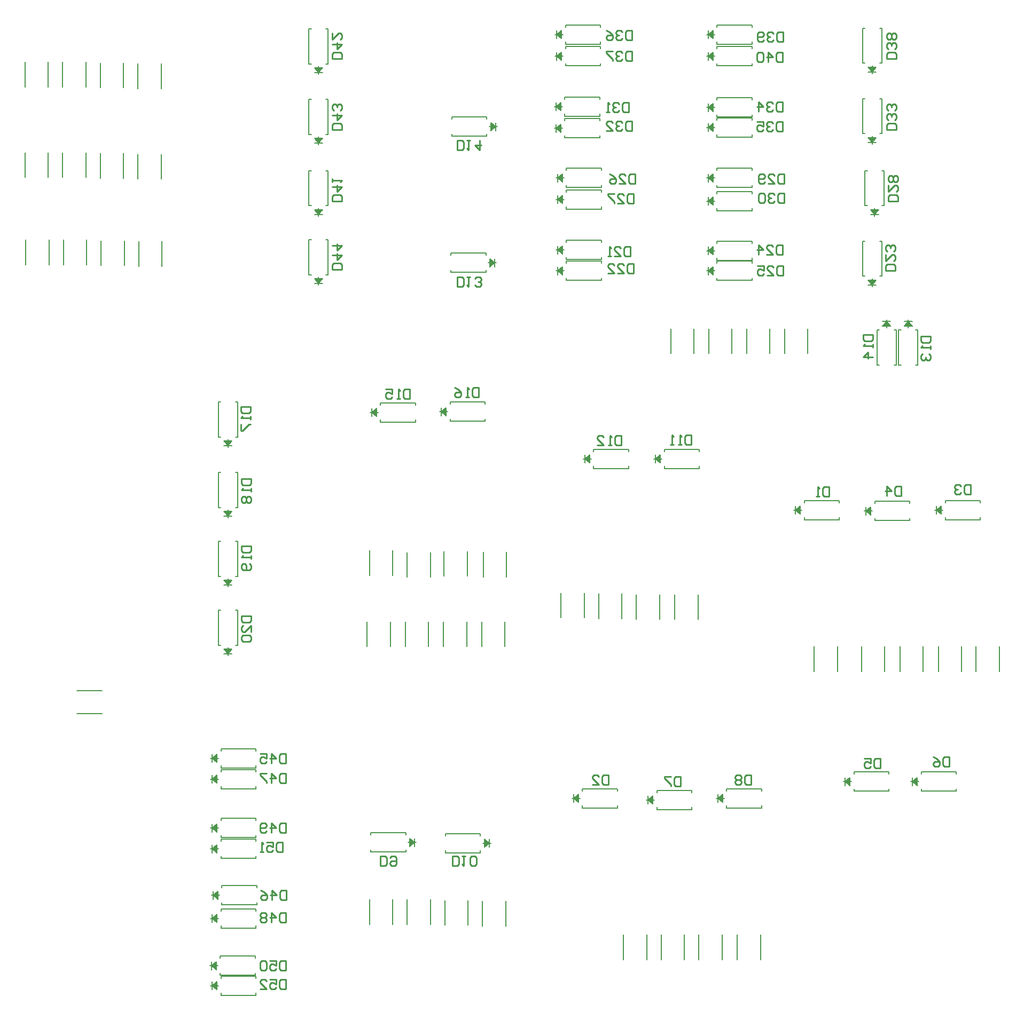
<source format=gbo>
G04*
G04 #@! TF.GenerationSoftware,Altium Limited,Altium Designer,25.5.2 (35)*
G04*
G04 Layer_Color=32896*
%FSLAX25Y25*%
%MOIN*%
G70*
G04*
G04 #@! TF.SameCoordinates,EC32A686-E373-4CB4-AF31-63D9CFDA87CC*
G04*
G04*
G04 #@! TF.FilePolarity,Positive*
G04*
G01*
G75*
%ADD10C,0.01000*%
%ADD14C,0.00600*%
D10*
X642501Y567498D02*
X648499D01*
Y564499D01*
X647499Y563499D01*
X643501D01*
X642501Y564499D01*
Y567498D01*
X648499Y561500D02*
Y559500D01*
Y560500D01*
X642501D01*
X643501Y561500D01*
X648499Y553502D02*
X642501D01*
X645500Y556501D01*
Y552502D01*
X678501Y566498D02*
X684499D01*
Y563498D01*
X683499Y562499D01*
X679501D01*
X678501Y563498D01*
Y566498D01*
X684499Y560499D02*
Y558500D01*
Y559500D01*
X678501D01*
X679501Y560499D01*
Y555501D02*
X678501Y554501D01*
Y552502D01*
X679501Y551502D01*
X680500D01*
X681500Y552502D01*
Y553502D01*
Y552502D01*
X682500Y551502D01*
X683499D01*
X684499Y552502D01*
Y554501D01*
X683499Y555501D01*
X695998Y303999D02*
Y298001D01*
X692999D01*
X692000Y299001D01*
Y302999D01*
X692999Y303999D01*
X695998D01*
X686002D02*
X688001Y302999D01*
X690000Y301000D01*
Y299001D01*
X689001Y298001D01*
X687001D01*
X686002Y299001D01*
Y300000D01*
X687001Y301000D01*
X690000D01*
X652998Y302999D02*
Y297001D01*
X649999D01*
X649000Y298001D01*
Y301999D01*
X649999Y302999D01*
X652998D01*
X643002D02*
X647000D01*
Y300000D01*
X645001Y301000D01*
X644001D01*
X643002Y300000D01*
Y298001D01*
X644001Y297001D01*
X646001D01*
X647000Y298001D01*
X665998Y472999D02*
Y467001D01*
X662999D01*
X662000Y468001D01*
Y471999D01*
X662999Y472999D01*
X665998D01*
X657001Y467001D02*
Y472999D01*
X660000Y470000D01*
X656002D01*
X709498Y473999D02*
Y468001D01*
X706499D01*
X705500Y469001D01*
Y472999D01*
X706499Y473999D01*
X709498D01*
X703500Y472999D02*
X702501Y473999D01*
X700501D01*
X699502Y472999D01*
Y472000D01*
X700501Y471000D01*
X701501D01*
X700501D01*
X699502Y470000D01*
Y469001D01*
X700501Y468001D01*
X702501D01*
X703500Y469001D01*
X528498Y291499D02*
Y285501D01*
X525499D01*
X524500Y286501D01*
Y290499D01*
X525499Y291499D01*
X528498D01*
X522500D02*
X518502D01*
Y290499D01*
X522500Y286501D01*
Y285501D01*
X572498Y292499D02*
Y286501D01*
X569499D01*
X568500Y287501D01*
Y291499D01*
X569499Y292499D01*
X572498D01*
X566500Y291499D02*
X565501Y292499D01*
X563501D01*
X562502Y291499D01*
Y290500D01*
X563501Y289500D01*
X562502Y288500D01*
Y287501D01*
X563501Y286501D01*
X565501D01*
X566500Y287501D01*
Y288500D01*
X565501Y289500D01*
X566500Y290500D01*
Y291499D01*
X565501Y289500D02*
X563501D01*
X341002Y236001D02*
Y241999D01*
X344001D01*
X345000Y240999D01*
Y237001D01*
X344001Y236001D01*
X341002D01*
X347000Y240999D02*
X347999Y241999D01*
X349999D01*
X350998Y240999D01*
Y237001D01*
X349999Y236001D01*
X347999D01*
X347000Y237001D01*
Y238000D01*
X347999Y239000D01*
X350998D01*
X386002Y236001D02*
Y241999D01*
X389001D01*
X390001Y240999D01*
Y237001D01*
X389001Y236001D01*
X386002D01*
X392001Y241999D02*
X394000D01*
X393000D01*
Y236001D01*
X392001Y237001D01*
X396999D02*
X397998Y236001D01*
X399998D01*
X400998Y237001D01*
Y240999D01*
X399998Y241999D01*
X397998D01*
X396999Y240999D01*
Y237001D01*
X534998Y504999D02*
Y499001D01*
X531999D01*
X530999Y500001D01*
Y503999D01*
X531999Y504999D01*
X534998D01*
X529000Y499001D02*
X527001D01*
X528000D01*
Y504999D01*
X529000Y503999D01*
X524002Y499001D02*
X522002D01*
X523002D01*
Y504999D01*
X524002Y503999D01*
X491498Y504499D02*
Y498501D01*
X488498D01*
X487499Y499501D01*
Y503499D01*
X488498Y504499D01*
X491498D01*
X485499Y498501D02*
X483500D01*
X484500D01*
Y504499D01*
X485499Y503499D01*
X476502Y498501D02*
X480501D01*
X476502Y502500D01*
Y503499D01*
X477502Y504499D01*
X479501D01*
X480501Y503499D01*
X389002Y597501D02*
Y603499D01*
X392002D01*
X393001Y602499D01*
Y598501D01*
X392002Y597501D01*
X389002D01*
X395001Y603499D02*
X397000D01*
X396000D01*
Y597501D01*
X395001Y598501D01*
X399999D02*
X400998Y597501D01*
X402998D01*
X403998Y598501D01*
Y599500D01*
X402998Y600500D01*
X401998D01*
X402998D01*
X403998Y601500D01*
Y602499D01*
X402998Y603499D01*
X400998D01*
X399999Y602499D01*
X389002Y683001D02*
Y688999D01*
X392002D01*
X393001Y687999D01*
Y684001D01*
X392002Y683001D01*
X389002D01*
X395001Y688999D02*
X397000D01*
X396000D01*
Y683001D01*
X395001Y684001D01*
X402998Y688999D02*
Y683001D01*
X399999Y686000D01*
X403998D01*
X359498Y533499D02*
Y527501D01*
X356499D01*
X355499Y528501D01*
Y532499D01*
X356499Y533499D01*
X359498D01*
X353500Y527501D02*
X351500D01*
X352500D01*
Y533499D01*
X353500Y532499D01*
X344502Y533499D02*
X348501D01*
Y530500D01*
X346502Y531500D01*
X345502D01*
X344502Y530500D01*
Y528501D01*
X345502Y527501D01*
X347501D01*
X348501Y528501D01*
X402498Y534499D02*
Y528501D01*
X399499D01*
X398499Y529501D01*
Y533499D01*
X399499Y534499D01*
X402498D01*
X396499Y528501D02*
X394500D01*
X395500D01*
Y534499D01*
X396499Y533499D01*
X387502Y534499D02*
X389502Y533499D01*
X391501Y531500D01*
Y529501D01*
X390501Y528501D01*
X388502D01*
X387502Y529501D01*
Y530500D01*
X388502Y531500D01*
X391501D01*
X316999Y608303D02*
X311001D01*
Y611302D01*
X312001Y612301D01*
X315999D01*
X316999Y611302D01*
Y608303D01*
X311001Y617300D02*
X316999D01*
X314000Y614301D01*
Y618299D01*
X311001Y623298D02*
X316999D01*
X314000Y620299D01*
Y624297D01*
X316999Y695503D02*
X311001D01*
Y698502D01*
X312001Y699501D01*
X315999D01*
X316999Y698502D01*
Y695503D01*
X311001Y704500D02*
X316999D01*
X314000Y701501D01*
Y705499D01*
X315999Y707499D02*
X316999Y708498D01*
Y710498D01*
X315999Y711497D01*
X315000D01*
X314000Y710498D01*
Y709498D01*
Y710498D01*
X313000Y711497D01*
X312001D01*
X311001Y710498D01*
Y708498D01*
X312001Y707499D01*
X316999Y740003D02*
X311001D01*
Y743002D01*
X312001Y744001D01*
X315999D01*
X316999Y743002D01*
Y740003D01*
X311001Y749000D02*
X316999D01*
X314000Y746001D01*
Y749999D01*
X311001Y755997D02*
Y751999D01*
X315000Y755997D01*
X315999D01*
X316999Y754998D01*
Y752998D01*
X315999Y751999D01*
X316999Y651002D02*
X311001D01*
Y654001D01*
X312001Y655001D01*
X315999D01*
X316999Y654001D01*
Y651002D01*
X311001Y659999D02*
X316999D01*
X314000Y657000D01*
Y660999D01*
X311001Y662998D02*
Y664998D01*
Y663998D01*
X316999D01*
X315999Y662998D01*
X591997Y743999D02*
Y738001D01*
X588998D01*
X587999Y739001D01*
Y742999D01*
X588998Y743999D01*
X591997D01*
X583000Y738001D02*
Y743999D01*
X585999Y741000D01*
X582001D01*
X580001Y742999D02*
X579002Y743999D01*
X577002D01*
X576003Y742999D01*
Y739001D01*
X577002Y738001D01*
X579002D01*
X580001Y739001D01*
Y742999D01*
X592497Y756499D02*
Y750501D01*
X589498D01*
X588499Y751501D01*
Y755499D01*
X589498Y756499D01*
X592497D01*
X586499Y755499D02*
X585500Y756499D01*
X583500D01*
X582501Y755499D01*
Y754500D01*
X583500Y753500D01*
X584500D01*
X583500D01*
X582501Y752500D01*
Y751501D01*
X583500Y750501D01*
X585500D01*
X586499Y751501D01*
X580501D02*
X579502Y750501D01*
X577502D01*
X576503Y751501D01*
Y755499D01*
X577502Y756499D01*
X579502D01*
X580501Y755499D01*
Y754500D01*
X579502Y753500D01*
X576503D01*
X662999Y740003D02*
X657001D01*
Y743002D01*
X658001Y744001D01*
X661999D01*
X662999Y743002D01*
Y740003D01*
X661999Y746001D02*
X662999Y747000D01*
Y749000D01*
X661999Y749999D01*
X661000D01*
X660000Y749000D01*
Y748000D01*
Y749000D01*
X659000Y749999D01*
X658001D01*
X657001Y749000D01*
Y747000D01*
X658001Y746001D01*
X661999Y751999D02*
X662999Y752998D01*
Y754998D01*
X661999Y755997D01*
X661000D01*
X660000Y754998D01*
X659000Y755997D01*
X658001D01*
X657001Y754998D01*
Y752998D01*
X658001Y751999D01*
X659000D01*
X660000Y752998D01*
X661000Y751999D01*
X661999D01*
X660000Y752998D02*
Y754998D01*
X497997Y744499D02*
Y738501D01*
X494998D01*
X493999Y739501D01*
Y743499D01*
X494998Y744499D01*
X497997D01*
X491999Y743499D02*
X491000Y744499D01*
X489000D01*
X488001Y743499D01*
Y742500D01*
X489000Y741500D01*
X490000D01*
X489000D01*
X488001Y740500D01*
Y739501D01*
X489000Y738501D01*
X491000D01*
X491999Y739501D01*
X486001Y744499D02*
X482003D01*
Y743499D01*
X486001Y739501D01*
Y738501D01*
X497997Y757499D02*
Y751501D01*
X494998D01*
X493999Y752501D01*
Y756499D01*
X494998Y757499D01*
X497997D01*
X491999Y756499D02*
X491000Y757499D01*
X489000D01*
X488001Y756499D01*
Y755500D01*
X489000Y754500D01*
X490000D01*
X489000D01*
X488001Y753500D01*
Y752501D01*
X489000Y751501D01*
X491000D01*
X491999Y752501D01*
X482003Y757499D02*
X484002Y756499D01*
X486001Y754500D01*
Y752501D01*
X485002Y751501D01*
X483002D01*
X482003Y752501D01*
Y753500D01*
X483002Y754500D01*
X486001D01*
X591997Y700499D02*
Y694501D01*
X588998D01*
X587999Y695501D01*
Y699499D01*
X588998Y700499D01*
X591997D01*
X585999Y699499D02*
X585000Y700499D01*
X583000D01*
X582001Y699499D01*
Y698500D01*
X583000Y697500D01*
X584000D01*
X583000D01*
X582001Y696500D01*
Y695501D01*
X583000Y694501D01*
X585000D01*
X585999Y695501D01*
X576003Y700499D02*
X580001D01*
Y697500D01*
X578002Y698500D01*
X577002D01*
X576003Y697500D01*
Y695501D01*
X577002Y694501D01*
X579002D01*
X580001Y695501D01*
X591997Y712999D02*
Y707001D01*
X588998D01*
X587999Y708001D01*
Y711999D01*
X588998Y712999D01*
X591997D01*
X585999Y711999D02*
X585000Y712999D01*
X583000D01*
X582001Y711999D01*
Y711000D01*
X583000Y710000D01*
X584000D01*
X583000D01*
X582001Y709000D01*
Y708001D01*
X583000Y707001D01*
X585000D01*
X585999Y708001D01*
X577002Y707001D02*
Y712999D01*
X580001Y710000D01*
X576003D01*
X662999Y695503D02*
X657001D01*
Y698502D01*
X658001Y699501D01*
X661999D01*
X662999Y698502D01*
Y695503D01*
X661999Y701501D02*
X662999Y702500D01*
Y704500D01*
X661999Y705499D01*
X661000D01*
X660000Y704500D01*
Y703500D01*
Y704500D01*
X659000Y705499D01*
X658001D01*
X657001Y704500D01*
Y702500D01*
X658001Y701501D01*
X661999Y707499D02*
X662999Y708498D01*
Y710498D01*
X661999Y711497D01*
X661000D01*
X660000Y710498D01*
Y709498D01*
Y710498D01*
X659000Y711497D01*
X658001D01*
X657001Y710498D01*
Y708498D01*
X658001Y707499D01*
X497997Y700999D02*
Y695001D01*
X494998D01*
X493999Y696001D01*
Y699999D01*
X494998Y700999D01*
X497997D01*
X491999Y699999D02*
X491000Y700999D01*
X489000D01*
X488001Y699999D01*
Y699000D01*
X489000Y698000D01*
X490000D01*
X489000D01*
X488001Y697000D01*
Y696001D01*
X489000Y695001D01*
X491000D01*
X491999Y696001D01*
X482003Y695001D02*
X486001D01*
X482003Y699000D01*
Y699999D01*
X483002Y700999D01*
X485002D01*
X486001Y699999D01*
X495998Y712499D02*
Y706501D01*
X492999D01*
X491999Y707501D01*
Y711499D01*
X492999Y712499D01*
X495998D01*
X490000Y711499D02*
X489000Y712499D01*
X487001D01*
X486001Y711499D01*
Y710500D01*
X487001Y709500D01*
X488000D01*
X487001D01*
X486001Y708500D01*
Y707501D01*
X487001Y706501D01*
X489000D01*
X490000Y707501D01*
X484002Y706501D02*
X482002D01*
X483002D01*
Y712499D01*
X484002Y711499D01*
X592997Y655999D02*
Y650001D01*
X589998D01*
X588999Y651001D01*
Y654999D01*
X589998Y655999D01*
X592997D01*
X586999Y654999D02*
X586000Y655999D01*
X584000D01*
X583001Y654999D01*
Y654000D01*
X584000Y653000D01*
X585000D01*
X584000D01*
X583001Y652000D01*
Y651001D01*
X584000Y650001D01*
X586000D01*
X586999Y651001D01*
X581001Y654999D02*
X580002Y655999D01*
X578002D01*
X577003Y654999D01*
Y651001D01*
X578002Y650001D01*
X580002D01*
X581001Y651001D01*
Y654999D01*
X592997Y667999D02*
Y662001D01*
X589998D01*
X588999Y663001D01*
Y666999D01*
X589998Y667999D01*
X592997D01*
X583001Y662001D02*
X586999D01*
X583001Y666000D01*
Y666999D01*
X584000Y667999D01*
X586000D01*
X586999Y666999D01*
X581001Y663001D02*
X580002Y662001D01*
X578002D01*
X577003Y663001D01*
Y666999D01*
X578002Y667999D01*
X580002D01*
X581001Y666999D01*
Y666000D01*
X580002Y665000D01*
X577003D01*
X663999Y651003D02*
X658001D01*
Y654002D01*
X659001Y655001D01*
X662999D01*
X663999Y654002D01*
Y651003D01*
X658001Y660999D02*
Y657001D01*
X662000Y660999D01*
X662999D01*
X663999Y660000D01*
Y658000D01*
X662999Y657001D01*
Y662999D02*
X663999Y663998D01*
Y665998D01*
X662999Y666997D01*
X662000D01*
X661000Y665998D01*
X660000Y666997D01*
X659001D01*
X658001Y665998D01*
Y663998D01*
X659001Y662999D01*
X660000D01*
X661000Y663998D01*
X662000Y662999D01*
X662999D01*
X661000Y663998D02*
Y665998D01*
X498997Y655499D02*
Y649501D01*
X495998D01*
X494999Y650501D01*
Y654499D01*
X495998Y655499D01*
X498997D01*
X489001Y649501D02*
X492999D01*
X489001Y653500D01*
Y654499D01*
X490000Y655499D01*
X492000D01*
X492999Y654499D01*
X487001Y655499D02*
X483003D01*
Y654499D01*
X487001Y650501D01*
Y649501D01*
X499997Y667999D02*
Y662001D01*
X496998D01*
X495999Y663001D01*
Y666999D01*
X496998Y667999D01*
X499997D01*
X490001Y662001D02*
X493999D01*
X490001Y666000D01*
Y666999D01*
X491000Y667999D01*
X493000D01*
X493999Y666999D01*
X484003Y667999D02*
X486002Y666999D01*
X488001Y665000D01*
Y663001D01*
X487002Y662001D01*
X485002D01*
X484003Y663001D01*
Y664000D01*
X485002Y665000D01*
X488001D01*
X592497Y610499D02*
Y604501D01*
X589498D01*
X588499Y605501D01*
Y609499D01*
X589498Y610499D01*
X592497D01*
X582501Y604501D02*
X586499D01*
X582501Y608500D01*
Y609499D01*
X583500Y610499D01*
X585500D01*
X586499Y609499D01*
X576503Y610499D02*
X580501D01*
Y607500D01*
X578502Y608500D01*
X577502D01*
X576503Y607500D01*
Y605501D01*
X577502Y604501D01*
X579502D01*
X580501Y605501D01*
X591997Y623499D02*
Y617501D01*
X588998D01*
X587999Y618501D01*
Y622499D01*
X588998Y623499D01*
X591997D01*
X582001Y617501D02*
X585999D01*
X582001Y621500D01*
Y622499D01*
X583000Y623499D01*
X585000D01*
X585999Y622499D01*
X577002Y617501D02*
Y623499D01*
X580001Y620500D01*
X576003D01*
X662499Y607503D02*
X656501D01*
Y610502D01*
X657501Y611501D01*
X661499D01*
X662499Y610502D01*
Y607503D01*
X656501Y617499D02*
Y613501D01*
X660500Y617499D01*
X661499D01*
X662499Y616500D01*
Y614500D01*
X661499Y613501D01*
Y619499D02*
X662499Y620498D01*
Y622498D01*
X661499Y623497D01*
X660500D01*
X659500Y622498D01*
Y621498D01*
Y622498D01*
X658500Y623497D01*
X657501D01*
X656501Y622498D01*
Y620498D01*
X657501Y619499D01*
X498997Y611999D02*
Y606001D01*
X495998D01*
X494999Y607001D01*
Y610999D01*
X495998Y611999D01*
X498997D01*
X489001Y606001D02*
X492999D01*
X489001Y610000D01*
Y610999D01*
X490000Y611999D01*
X492000D01*
X492999Y610999D01*
X483003Y606001D02*
X487001D01*
X483003Y610000D01*
Y610999D01*
X484002Y611999D01*
X486002D01*
X487001Y610999D01*
X496998Y622499D02*
Y616501D01*
X493999D01*
X492999Y617501D01*
Y621499D01*
X493999Y622499D01*
X496998D01*
X487001Y616501D02*
X491000D01*
X487001Y620500D01*
Y621499D01*
X488001Y622499D01*
X490000D01*
X491000Y621499D01*
X485002Y616501D02*
X483002D01*
X484002D01*
Y622499D01*
X485002Y621499D01*
X483498Y292499D02*
Y286501D01*
X480499D01*
X479500Y287501D01*
Y291499D01*
X480499Y292499D01*
X483498D01*
X473502Y286501D02*
X477500D01*
X473502Y290500D01*
Y291499D01*
X474501Y292499D01*
X476501D01*
X477500Y291499D01*
X620999Y472499D02*
Y466501D01*
X618000D01*
X617000Y467501D01*
Y471499D01*
X618000Y472499D01*
X620999D01*
X615001Y466501D02*
X613001D01*
X614001D01*
Y472499D01*
X615001Y471499D01*
X281997Y164999D02*
Y159001D01*
X278998D01*
X277999Y160001D01*
Y163999D01*
X278998Y164999D01*
X281997D01*
X272001D02*
X275999D01*
Y162000D01*
X274000Y163000D01*
X273000D01*
X272001Y162000D01*
Y160001D01*
X273000Y159001D01*
X275000D01*
X275999Y160001D01*
X266003Y159001D02*
X270001D01*
X266003Y163000D01*
Y163999D01*
X267002Y164999D01*
X269002D01*
X270001Y163999D01*
X279998Y250499D02*
Y244501D01*
X276999D01*
X275999Y245501D01*
Y249499D01*
X276999Y250499D01*
X279998D01*
X270001D02*
X274000D01*
Y247500D01*
X272000Y248500D01*
X271001D01*
X270001Y247500D01*
Y245501D01*
X271001Y244501D01*
X273000D01*
X274000Y245501D01*
X268002Y244501D02*
X266002D01*
X267002D01*
Y250499D01*
X268002Y249499D01*
X281997Y176499D02*
Y170501D01*
X278998D01*
X277999Y171501D01*
Y175499D01*
X278998Y176499D01*
X281997D01*
X272001D02*
X275999D01*
Y173500D01*
X274000Y174500D01*
X273000D01*
X272001Y173500D01*
Y171501D01*
X273000Y170501D01*
X275000D01*
X275999Y171501D01*
X270001Y175499D02*
X269002Y176499D01*
X267002D01*
X266003Y175499D01*
Y171501D01*
X267002Y170501D01*
X269002D01*
X270001Y171501D01*
Y175499D01*
X281997Y262499D02*
Y256501D01*
X278998D01*
X277999Y257501D01*
Y261499D01*
X278998Y262499D01*
X281997D01*
X273000Y256501D02*
Y262499D01*
X275999Y259500D01*
X272001D01*
X270001Y257501D02*
X269002Y256501D01*
X267002D01*
X266003Y257501D01*
Y261499D01*
X267002Y262499D01*
X269002D01*
X270001Y261499D01*
Y260500D01*
X269002Y259500D01*
X266003D01*
X281997Y206499D02*
Y200501D01*
X278998D01*
X277999Y201501D01*
Y205499D01*
X278998Y206499D01*
X281997D01*
X273000Y200501D02*
Y206499D01*
X275999Y203500D01*
X272001D01*
X270001Y205499D02*
X269002Y206499D01*
X267002D01*
X266003Y205499D01*
Y204500D01*
X267002Y203500D01*
X266003Y202500D01*
Y201501D01*
X267002Y200501D01*
X269002D01*
X270001Y201501D01*
Y202500D01*
X269002Y203500D01*
X270001Y204500D01*
Y205499D01*
X269002Y203500D02*
X267002D01*
X281997Y293499D02*
Y287501D01*
X278998D01*
X277999Y288501D01*
Y292499D01*
X278998Y293499D01*
X281997D01*
X273000Y287501D02*
Y293499D01*
X275999Y290500D01*
X272001D01*
X270001Y293499D02*
X266003D01*
Y292499D01*
X270001Y288501D01*
Y287501D01*
X282497Y220499D02*
Y214501D01*
X279498D01*
X278499Y215501D01*
Y219499D01*
X279498Y220499D01*
X282497D01*
X273500Y214501D02*
Y220499D01*
X276499Y217500D01*
X272501D01*
X266503Y220499D02*
X268502Y219499D01*
X270501Y217500D01*
Y215501D01*
X269502Y214501D01*
X267502D01*
X266503Y215501D01*
Y216500D01*
X267502Y217500D01*
X270501D01*
X281997Y305999D02*
Y300001D01*
X278998D01*
X277999Y301001D01*
Y304999D01*
X278998Y305999D01*
X281997D01*
X273000Y300001D02*
Y305999D01*
X275999Y303000D01*
X272001D01*
X266003Y305999D02*
X270001D01*
Y303000D01*
X268002Y304000D01*
X267002D01*
X266003Y303000D01*
Y301001D01*
X267002Y300001D01*
X269002D01*
X270001Y301001D01*
X254501Y391997D02*
X260499D01*
Y388998D01*
X259499Y387999D01*
X255501D01*
X254501Y388998D01*
Y391997D01*
X260499Y382001D02*
Y385999D01*
X256500Y382001D01*
X255501D01*
X254501Y383000D01*
Y385000D01*
X255501Y385999D01*
Y380001D02*
X254501Y379002D01*
Y377002D01*
X255501Y376003D01*
X259499D01*
X260499Y377002D01*
Y379002D01*
X259499Y380001D01*
X255501D01*
X254501Y435498D02*
X260499D01*
Y432499D01*
X259499Y431499D01*
X255501D01*
X254501Y432499D01*
Y435498D01*
X260499Y429499D02*
Y427500D01*
Y428500D01*
X254501D01*
X255501Y429499D01*
X259499Y424501D02*
X260499Y423501D01*
Y421502D01*
X259499Y420502D01*
X255501D01*
X254501Y421502D01*
Y423501D01*
X255501Y424501D01*
X256500D01*
X257500Y423501D01*
Y420502D01*
X254501Y477498D02*
X260499D01*
Y474499D01*
X259499Y473499D01*
X255501D01*
X254501Y474499D01*
Y477498D01*
X260499Y471499D02*
Y469500D01*
Y470500D01*
X254501D01*
X255501Y471499D01*
Y466501D02*
X254501Y465501D01*
Y463502D01*
X255501Y462502D01*
X256500D01*
X257500Y463502D01*
X258500Y462502D01*
X259499D01*
X260499Y463502D01*
Y465501D01*
X259499Y466501D01*
X258500D01*
X257500Y465501D01*
X256500Y466501D01*
X255501D01*
X257500Y465501D02*
Y463502D01*
X254001Y522498D02*
X259999D01*
Y519498D01*
X258999Y518499D01*
X255001D01*
X254001Y519498D01*
Y522498D01*
X259999Y516500D02*
Y514500D01*
Y515500D01*
X254001D01*
X255001Y516500D01*
X254001Y511501D02*
Y507502D01*
X255001D01*
X258999Y511501D01*
X259999D01*
D14*
X189700Y721211D02*
Y736789D01*
X204300Y721211D02*
Y736789D01*
X655800Y357211D02*
Y372789D01*
X641200Y357211D02*
Y372789D01*
X572900Y691000D02*
Y692440D01*
X551100Y701560D02*
Y703000D01*
Y691000D02*
Y692440D01*
Y691000D02*
X572900D01*
Y701560D02*
Y703000D01*
X551100D02*
X572900D01*
X548600Y694500D02*
Y699500D01*
X545600Y697000D02*
X548600Y697500D01*
X545600Y697000D02*
X548600Y698000D01*
X545600Y697000D02*
X548600Y698500D01*
X545600Y697000D02*
X548600Y699000D01*
X545600Y697000D02*
X548600Y699500D01*
X545600Y697000D02*
X548600Y696500D01*
X545600Y697000D02*
X548600Y696000D01*
X545600Y697000D02*
X548600Y695500D01*
X545600Y697000D02*
X548600Y695000D01*
X545600Y697000D02*
X548600Y694500D01*
X545600D02*
Y699500D01*
X544600Y697000D02*
X549600D01*
X572900Y703500D02*
Y704940D01*
X551100Y714060D02*
Y715500D01*
Y703500D02*
Y704940D01*
Y703500D02*
X572900D01*
Y714060D02*
Y715500D01*
X551100D02*
X572900D01*
X548600Y707000D02*
Y712000D01*
X545600Y709500D02*
X548600Y710000D01*
X545600Y709500D02*
X548600Y710500D01*
X545600Y709500D02*
X548600Y711000D01*
X545600Y709500D02*
X548600Y711500D01*
X545600Y709500D02*
X548600Y712000D01*
X545600Y709500D02*
X548600Y709000D01*
X545600Y709500D02*
X548600Y708500D01*
X545600Y709500D02*
X548600Y708000D01*
X545600Y709500D02*
X548600Y707500D01*
X545600Y709500D02*
X548600Y707000D01*
X545600D02*
Y712000D01*
X544600Y709500D02*
X549600D01*
X380700Y416711D02*
Y432289D01*
X395300Y416711D02*
Y432289D01*
X405200Y416211D02*
Y431789D01*
X419800Y416211D02*
Y431789D01*
X715400Y452000D02*
Y453440D01*
X693600Y462560D02*
Y464000D01*
Y452000D02*
Y453440D01*
Y452000D02*
X715400D01*
Y462560D02*
Y464000D01*
X693600D02*
X715400D01*
X691100Y455500D02*
Y460500D01*
X688100Y458000D02*
X691100Y458500D01*
X688100Y458000D02*
X691100Y459000D01*
X688100Y458000D02*
X691100Y459500D01*
X688100Y458000D02*
X691100Y460000D01*
X688100Y458000D02*
X691100Y460500D01*
X688100Y458000D02*
X691100Y457500D01*
X688100Y458000D02*
X691100Y457000D01*
X688100Y458000D02*
X691100Y456500D01*
X688100Y458000D02*
X691100Y456000D01*
X688100Y458000D02*
X691100Y455500D01*
X688100D02*
Y460500D01*
X687100Y458000D02*
X692100D01*
X151711Y330700D02*
X167289D01*
X151711Y345300D02*
X167289D01*
X371133Y372711D02*
Y388289D01*
X356533Y372711D02*
Y388289D01*
X166700Y610711D02*
Y626289D01*
X181300Y610711D02*
Y626289D01*
X119700Y611211D02*
Y626789D01*
X134300Y611211D02*
Y626789D01*
X143200Y611211D02*
Y626789D01*
X157800Y611211D02*
Y626789D01*
X535400Y271000D02*
Y272440D01*
X513600Y281560D02*
Y283000D01*
Y271000D02*
Y272440D01*
Y271000D02*
X535400D01*
Y281560D02*
Y283000D01*
X513600D02*
X535400D01*
X511100Y274500D02*
Y279500D01*
X508100Y277000D02*
X511100Y277500D01*
X508100Y277000D02*
X511100Y278000D01*
X508100Y277000D02*
X511100Y278500D01*
X508100Y277000D02*
X511100Y279000D01*
X508100Y277000D02*
X511100Y279500D01*
X508100Y277000D02*
X511100Y276500D01*
X508100Y277000D02*
X511100Y276000D01*
X508100Y277000D02*
X511100Y275500D01*
X508100Y277000D02*
X511100Y275000D01*
X508100Y277000D02*
X511100Y274500D01*
X508100D02*
Y279500D01*
X507100Y277000D02*
X512100D01*
X516200Y177211D02*
Y192789D01*
X530800Y177211D02*
Y192789D01*
X539700Y177211D02*
Y192789D01*
X554300Y177211D02*
Y192789D01*
X563700Y177211D02*
Y192789D01*
X578300Y177211D02*
Y192789D01*
X492700Y177211D02*
Y192789D01*
X507300Y177211D02*
Y192789D01*
X488900Y272000D02*
Y273440D01*
X467100Y282560D02*
Y284000D01*
Y272000D02*
Y273440D01*
Y272000D02*
X488900D01*
Y282560D02*
Y284000D01*
X467100D02*
X488900D01*
X464600Y275500D02*
Y280500D01*
X461600Y278000D02*
X464600Y278500D01*
X461600Y278000D02*
X464600Y279000D01*
X461600Y278000D02*
X464600Y279500D01*
X461600Y278000D02*
X464600Y280000D01*
X461600Y278000D02*
X464600Y280500D01*
X461600Y278000D02*
X464600Y277500D01*
X461600Y278000D02*
X464600Y277000D01*
X461600Y278000D02*
X464600Y276500D01*
X461600Y278000D02*
X464600Y276000D01*
X461600Y278000D02*
X464600Y275500D01*
X461600D02*
Y280500D01*
X460600Y278000D02*
X465600D01*
X578900Y272000D02*
Y273440D01*
X557100Y282560D02*
Y284000D01*
Y272000D02*
Y273440D01*
Y272000D02*
X578900D01*
Y282560D02*
Y284000D01*
X557100D02*
X578900D01*
X554600Y275500D02*
Y280500D01*
X551600Y278000D02*
X554600Y278500D01*
X551600Y278000D02*
X554600Y279000D01*
X551600Y278000D02*
X554600Y279500D01*
X551600Y278000D02*
X554600Y280000D01*
X551600Y278000D02*
X554600Y280500D01*
X551600Y278000D02*
X554600Y277500D01*
X551600Y278000D02*
X554600Y277000D01*
X551600Y278000D02*
X554600Y276500D01*
X551600Y278000D02*
X554600Y276000D01*
X551600Y278000D02*
X554600Y275500D01*
X551600D02*
Y280500D01*
X550600Y278000D02*
X555600D01*
X250560Y395400D02*
X252000D01*
X240000Y373600D02*
X241440D01*
X250560D02*
X252000D01*
Y395400D01*
X240000D02*
X241440D01*
X240000Y373600D02*
Y395400D01*
X243500Y371100D02*
X248500D01*
X245500D02*
X246000Y368100D01*
X245000Y371100D02*
X246000Y368100D01*
X244500Y371100D02*
X246000Y368100D01*
X244000Y371100D02*
X246000Y368100D01*
X243500Y371100D02*
X246000Y368100D01*
X246500Y371100D01*
X246000Y368100D02*
X247000Y371100D01*
X246000Y368100D02*
X247500Y371100D01*
X246000Y368100D02*
X248000Y371100D01*
X246000Y368100D02*
X248500Y371100D01*
X243500Y368100D02*
X248500D01*
X246000Y367100D02*
Y372100D01*
X250560Y525400D02*
X252000D01*
X240000Y503600D02*
X241440D01*
X250560D02*
X252000D01*
Y525400D01*
X240000D02*
X241440D01*
X240000Y503600D02*
Y525400D01*
X243500Y501100D02*
X248500D01*
X245500D02*
X246000Y498100D01*
X245000Y501100D02*
X246000Y498100D01*
X244500Y501100D02*
X246000Y498100D01*
X244000Y501100D02*
X246000Y498100D01*
X243500Y501100D02*
X246000Y498100D01*
X246500Y501100D01*
X246000Y498100D02*
X247000Y501100D01*
X246000Y498100D02*
X247500Y501100D01*
X246000Y498100D02*
X248000Y501100D01*
X246000Y498100D02*
X248500Y501100D01*
X243500Y498100D02*
X248500D01*
X246000Y497100D02*
Y502100D01*
X250560Y481400D02*
X252000D01*
X240000Y459600D02*
X241440D01*
X250560D02*
X252000D01*
Y481400D01*
X240000D02*
X241440D01*
X240000Y459600D02*
Y481400D01*
X243500Y457100D02*
X248500D01*
X245500D02*
X246000Y454100D01*
X245000Y457100D02*
X246000Y454100D01*
X244500Y457100D02*
X246000Y454100D01*
X244000Y457100D02*
X246000Y454100D01*
X243500Y457100D02*
X246000Y454100D01*
X246500Y457100D01*
X246000Y454100D02*
X247000Y457100D01*
X246000Y454100D02*
X247500Y457100D01*
X246000Y454100D02*
X248000Y457100D01*
X246000Y454100D02*
X248500Y457100D01*
X243500Y454100D02*
X248500D01*
X246000Y453100D02*
Y458100D01*
X334200Y417211D02*
Y432789D01*
X348800Y417211D02*
Y432789D01*
X250560Y438400D02*
X252000D01*
X240000Y416600D02*
X241440D01*
X250560D02*
X252000D01*
Y438400D01*
X240000D02*
X241440D01*
X240000Y416600D02*
Y438400D01*
X243500Y414100D02*
X248500D01*
X245500D02*
X246000Y411100D01*
X245000Y414100D02*
X246000Y411100D01*
X244500Y414100D02*
X246000Y411100D01*
X244000Y414100D02*
X246000Y411100D01*
X243500Y414100D02*
X246000Y411100D01*
X246500Y414100D01*
X246000Y411100D02*
X247000Y414100D01*
X246000Y411100D02*
X247500Y414100D01*
X246000Y411100D02*
X248000Y414100D01*
X246000Y411100D02*
X248500Y414100D01*
X243500Y411100D02*
X248500D01*
X246000Y410100D02*
Y415100D01*
X381200Y198711D02*
Y214289D01*
X395800Y198711D02*
Y214289D01*
X404700Y198211D02*
Y213789D01*
X419300Y198211D02*
Y213789D01*
X334200Y199211D02*
Y214789D01*
X348800Y199211D02*
Y214789D01*
X357700Y199211D02*
Y214789D01*
X372300Y199211D02*
Y214789D01*
X335100Y255060D02*
Y256500D01*
X356900Y244500D02*
Y245940D01*
Y255060D02*
Y256500D01*
X335100D02*
X356900D01*
X335100Y244500D02*
Y245940D01*
Y244500D02*
X356900D01*
X359400Y248000D02*
Y253000D01*
Y250000D02*
X362400Y250500D01*
X359400Y249500D02*
X362400Y250500D01*
X359400Y249000D02*
X362400Y250500D01*
X359400Y248500D02*
X362400Y250500D01*
X359400Y248000D02*
X362400Y250500D01*
X359400Y251000D02*
X362400Y250500D01*
X359400Y251500D02*
X362400Y250500D01*
X359400Y252000D02*
X362400Y250500D01*
X359400Y252500D02*
X362400Y250500D01*
X359400Y253000D02*
X362400Y250500D01*
Y248000D02*
Y253000D01*
X358400Y250500D02*
X363400D01*
X381600Y254560D02*
Y256000D01*
X403400Y244000D02*
Y245440D01*
Y254560D02*
Y256000D01*
X381600D02*
X403400D01*
X381600Y244000D02*
Y245440D01*
Y244000D02*
X403400D01*
X405900Y247500D02*
Y252500D01*
Y249500D02*
X408900Y250000D01*
X405900Y249000D02*
X408900Y250000D01*
X405900Y248500D02*
X408900Y250000D01*
X405900Y248000D02*
X408900Y250000D01*
X405900Y247500D02*
X408900Y250000D01*
X405900Y250500D02*
X408900Y250000D01*
X405900Y251000D02*
X408900Y250000D01*
X405900Y251500D02*
X408900Y250000D01*
X405900Y252000D02*
X408900Y250000D01*
X405900Y252500D02*
X408900Y250000D01*
Y247500D02*
Y252500D01*
X404900Y250000D02*
X409900D01*
X357700Y416111D02*
Y431689D01*
X372300Y416111D02*
Y431689D01*
X380367Y372711D02*
Y388289D01*
X394967Y372711D02*
Y388289D01*
X347300Y372711D02*
Y388289D01*
X332700Y372711D02*
Y388289D01*
X406400Y513500D02*
Y514940D01*
X384600Y524060D02*
Y525500D01*
Y513500D02*
Y514940D01*
Y513500D02*
X406400D01*
Y524060D02*
Y525500D01*
X384600D02*
X406400D01*
X382100Y517000D02*
Y522000D01*
X379100Y519500D02*
X382100Y520000D01*
X379100Y519500D02*
X382100Y520500D01*
X379100Y519500D02*
X382100Y521000D01*
X379100Y519500D02*
X382100Y521500D01*
X379100Y519500D02*
X382100Y522000D01*
X379100Y519500D02*
X382100Y519000D01*
X379100Y519500D02*
X382100Y518500D01*
X379100Y519500D02*
X382100Y518000D01*
X379100Y519500D02*
X382100Y517500D01*
X379100Y519500D02*
X382100Y517000D01*
X379100D02*
Y522000D01*
X378100Y519500D02*
X383100D01*
X404200Y372711D02*
Y388289D01*
X418800Y372711D02*
Y388289D01*
X362900Y513000D02*
Y514440D01*
X341100Y523560D02*
Y525000D01*
Y513000D02*
Y514440D01*
Y513000D02*
X362900D01*
Y523560D02*
Y525000D01*
X341100D02*
X362900D01*
X338600Y516500D02*
Y521500D01*
X335600Y519000D02*
X338600Y519500D01*
X335600Y519000D02*
X338600Y520000D01*
X335600Y519000D02*
X338600Y520500D01*
X335600Y519000D02*
X338600Y521000D01*
X335600Y519000D02*
X338600Y521500D01*
X335600Y519000D02*
X338600Y518500D01*
X335600Y519000D02*
X338600Y518000D01*
X335600Y519000D02*
X338600Y517500D01*
X335600Y519000D02*
X338600Y517000D01*
X335600Y519000D02*
X338600Y516500D01*
X335600D02*
Y521500D01*
X334600Y519000D02*
X339600D01*
X263900Y211500D02*
Y212940D01*
X242100Y222060D02*
Y223500D01*
Y211500D02*
Y212940D01*
Y211500D02*
X263900D01*
Y222060D02*
Y223500D01*
X242100D02*
X263900D01*
X239600Y215000D02*
Y220000D01*
X236600Y217500D02*
X239600Y218000D01*
X236600Y217500D02*
X239600Y218500D01*
X236600Y217500D02*
X239600Y219000D01*
X236600Y217500D02*
X239600Y219500D01*
X236600Y217500D02*
X239600Y220000D01*
X236600Y217500D02*
X239600Y217000D01*
X236600Y217500D02*
X239600Y216500D01*
X236600Y217500D02*
X239600Y216000D01*
X236600Y217500D02*
X239600Y215500D01*
X236600Y217500D02*
X239600Y215000D01*
X236600D02*
Y220000D01*
X235600Y217500D02*
X240600D01*
X263400Y297000D02*
Y298440D01*
X241600Y307560D02*
Y309000D01*
Y297000D02*
Y298440D01*
Y297000D02*
X263400D01*
Y307560D02*
Y309000D01*
X241600D02*
X263400D01*
X239100Y300500D02*
Y305500D01*
X236100Y303000D02*
X239100Y303500D01*
X236100Y303000D02*
X239100Y304000D01*
X236100Y303000D02*
X239100Y304500D01*
X236100Y303000D02*
X239100Y305000D01*
X236100Y303000D02*
X239100Y305500D01*
X236100Y303000D02*
X239100Y302500D01*
X236100Y303000D02*
X239100Y302000D01*
X236100Y303000D02*
X239100Y301500D01*
X236100Y303000D02*
X239100Y301000D01*
X236100Y303000D02*
X239100Y300500D01*
X236100D02*
Y305500D01*
X235100Y303000D02*
X240100D01*
X263400Y240500D02*
Y241940D01*
X241600Y251060D02*
Y252500D01*
Y240500D02*
Y241940D01*
Y240500D02*
X263400D01*
Y251060D02*
Y252500D01*
X241600D02*
X263400D01*
X239100Y244000D02*
Y249000D01*
X236100Y246500D02*
X239100Y247000D01*
X236100Y246500D02*
X239100Y247500D01*
X236100Y246500D02*
X239100Y248000D01*
X236100Y246500D02*
X239100Y248500D01*
X236100Y246500D02*
X239100Y249000D01*
X236100Y246500D02*
X239100Y246000D01*
X236100Y246500D02*
X239100Y245500D01*
X236100Y246500D02*
X239100Y245000D01*
X236100Y246500D02*
X239100Y244500D01*
X236100Y246500D02*
X239100Y244000D01*
X236100D02*
Y249000D01*
X235100Y246500D02*
X240100D01*
X263400Y197000D02*
Y198440D01*
X241600Y207560D02*
Y209000D01*
Y197000D02*
Y198440D01*
Y197000D02*
X263400D01*
Y207560D02*
Y209000D01*
X241600D02*
X263400D01*
X239100Y200500D02*
Y205500D01*
X236100Y203000D02*
X239100Y203500D01*
X236100Y203000D02*
X239100Y204000D01*
X236100Y203000D02*
X239100Y204500D01*
X236100Y203000D02*
X239100Y205000D01*
X236100Y203000D02*
X239100Y205500D01*
X236100Y203000D02*
X239100Y202500D01*
X236100Y203000D02*
X239100Y202000D01*
X236100Y203000D02*
X239100Y201500D01*
X236100Y203000D02*
X239100Y201000D01*
X236100Y203000D02*
X239100Y200500D01*
X236100D02*
Y205500D01*
X235100Y203000D02*
X240100D01*
X263400Y284000D02*
Y285440D01*
X241600Y294560D02*
Y296000D01*
Y284000D02*
Y285440D01*
Y284000D02*
X263400D01*
Y294560D02*
Y296000D01*
X241600D02*
X263400D01*
X239100Y287500D02*
Y292500D01*
X236100Y290000D02*
X239100Y290500D01*
X236100Y290000D02*
X239100Y291000D01*
X236100Y290000D02*
X239100Y291500D01*
X236100Y290000D02*
X239100Y292000D01*
X236100Y290000D02*
X239100Y292500D01*
X236100Y290000D02*
X239100Y289500D01*
X236100Y290000D02*
X239100Y289000D01*
X236100Y290000D02*
X239100Y288500D01*
X236100Y290000D02*
X239100Y288000D01*
X236100Y290000D02*
X239100Y287500D01*
X236100D02*
Y292500D01*
X235100Y290000D02*
X240100D01*
X263400Y253500D02*
Y254940D01*
X241600Y264060D02*
Y265500D01*
Y253500D02*
Y254940D01*
Y253500D02*
X263400D01*
Y264060D02*
Y265500D01*
X241600D02*
X263400D01*
X239100Y257000D02*
Y262000D01*
X236100Y259500D02*
X239100Y260000D01*
X236100Y259500D02*
X239100Y260500D01*
X236100Y259500D02*
X239100Y261000D01*
X236100Y259500D02*
X239100Y261500D01*
X236100Y259500D02*
X239100Y262000D01*
X236100Y259500D02*
X239100Y259000D01*
X236100Y259500D02*
X239100Y258500D01*
X236100Y259500D02*
X239100Y258000D01*
X236100Y259500D02*
X239100Y257500D01*
X236100Y259500D02*
X239100Y257000D01*
X236100D02*
Y262000D01*
X235100Y259500D02*
X240100D01*
X262900Y167500D02*
Y168940D01*
X241100Y178060D02*
Y179500D01*
Y167500D02*
Y168940D01*
Y167500D02*
X262900D01*
Y178060D02*
Y179500D01*
X241100D02*
X262900D01*
X238600Y171000D02*
Y176000D01*
X235600Y173500D02*
X238600Y174000D01*
X235600Y173500D02*
X238600Y174500D01*
X235600Y173500D02*
X238600Y175000D01*
X235600Y173500D02*
X238600Y175500D01*
X235600Y173500D02*
X238600Y176000D01*
X235600Y173500D02*
X238600Y173000D01*
X235600Y173500D02*
X238600Y172500D01*
X235600Y173500D02*
X238600Y172000D01*
X235600Y173500D02*
X238600Y171500D01*
X235600Y173500D02*
X238600Y171000D01*
X235600D02*
Y176000D01*
X234600Y173500D02*
X239600D01*
X263400Y155000D02*
Y156440D01*
X241600Y165560D02*
Y167000D01*
Y155000D02*
Y156440D01*
Y155000D02*
X263400D01*
Y165560D02*
Y167000D01*
X241600D02*
X263400D01*
X239100Y158500D02*
Y163500D01*
X236100Y161000D02*
X239100Y161500D01*
X236100Y161000D02*
X239100Y162000D01*
X236100Y161000D02*
X239100Y162500D01*
X236100Y161000D02*
X239100Y163000D01*
X236100Y161000D02*
X239100Y163500D01*
X236100Y161000D02*
X239100Y160500D01*
X236100Y161000D02*
X239100Y160000D01*
X236100Y161000D02*
X239100Y159500D01*
X236100Y161000D02*
X239100Y159000D01*
X236100Y161000D02*
X239100Y158500D01*
X236100D02*
Y163500D01*
X235100Y161000D02*
X240100D01*
X540100Y484000D02*
Y485440D01*
X518300Y494560D02*
Y496000D01*
Y484000D02*
Y485440D01*
Y484000D02*
X540100D01*
Y494560D02*
Y496000D01*
X518300D02*
X540100D01*
X515800Y487500D02*
Y492500D01*
X512800Y490000D02*
X515800Y490500D01*
X512800Y490000D02*
X515800Y491000D01*
X512800Y490000D02*
X515800Y491500D01*
X512800Y490000D02*
X515800Y492000D01*
X512800Y490000D02*
X515800Y492500D01*
X512800Y490000D02*
X515800Y489500D01*
X512800Y490000D02*
X515800Y489000D01*
X512800Y490000D02*
X515800Y488500D01*
X512800Y490000D02*
X515800Y488000D01*
X512800Y490000D02*
X515800Y487500D01*
X512800D02*
Y492500D01*
X511800Y490000D02*
X516800D01*
X495900Y484000D02*
Y485440D01*
X474100Y494560D02*
Y496000D01*
Y484000D02*
Y485440D01*
Y484000D02*
X495900D01*
Y494560D02*
Y496000D01*
X474100D02*
X495900D01*
X471600Y487500D02*
Y492500D01*
X468600Y490000D02*
X471600Y490500D01*
X468600Y490000D02*
X471600Y491000D01*
X468600Y490000D02*
X471600Y491500D01*
X468600Y490000D02*
X471600Y492000D01*
X468600Y490000D02*
X471600Y492500D01*
X468600Y490000D02*
X471600Y489500D01*
X468600Y490000D02*
X471600Y489000D01*
X468600Y490000D02*
X471600Y488500D01*
X468600Y490000D02*
X471600Y488000D01*
X468600Y490000D02*
X471600Y487500D01*
X468600D02*
Y492500D01*
X467600Y490000D02*
X472600D01*
X727300Y357211D02*
Y372789D01*
X712700Y357211D02*
Y372789D01*
X679800Y357211D02*
Y372789D01*
X665200Y357211D02*
Y372789D01*
X703800Y357211D02*
Y372789D01*
X689200Y357211D02*
Y372789D01*
X657000Y571900D02*
Y576900D01*
X654500Y575900D02*
X659500D01*
X654500Y572900D02*
X657000Y575900D01*
X655000Y572900D02*
X657000Y575900D01*
X655500Y572900D02*
X657000Y575900D01*
X656000Y572900D02*
X657000Y575900D01*
X656500Y572900D02*
X657000Y575900D01*
X659500Y572900D01*
X657000Y575900D02*
X659000Y572900D01*
X657000Y575900D02*
X658500Y572900D01*
X657000Y575900D02*
X658000Y572900D01*
X657000Y575900D02*
X657500Y572900D01*
X654500D02*
X659500D01*
X663000Y548600D02*
Y570400D01*
X661560Y548600D02*
X663000D01*
X651000D02*
Y570400D01*
X652440D01*
X661560D02*
X663000D01*
X651000Y548600D02*
X652440D01*
X670500Y571900D02*
Y576900D01*
X668000Y575900D02*
X673000D01*
X668000Y572900D02*
X670500Y575900D01*
X668500Y572900D02*
X670500Y575900D01*
X669000Y572900D02*
X670500Y575900D01*
X669500Y572900D02*
X670500Y575900D01*
X670000Y572900D02*
X670500Y575900D01*
X673000Y572900D01*
X670500Y575900D02*
X672500Y572900D01*
X670500Y575900D02*
X672000Y572900D01*
X670500Y575900D02*
X671500Y572900D01*
X670500Y575900D02*
X671000Y572900D01*
X668000D02*
X673000D01*
X676500Y548600D02*
Y570400D01*
X675060Y548600D02*
X676500D01*
X664500D02*
Y570400D01*
X665940D01*
X675060D02*
X676500D01*
X664500Y548600D02*
X665940D01*
X524700Y389711D02*
Y405289D01*
X539300Y389711D02*
Y405289D01*
X500700Y389711D02*
Y405289D01*
X515300Y389711D02*
Y405289D01*
X453700Y390711D02*
Y406289D01*
X468300Y390711D02*
Y406289D01*
X477200Y390211D02*
Y405789D01*
X491800Y390211D02*
Y405789D01*
X611700Y357211D02*
Y372789D01*
X626300Y357211D02*
Y372789D01*
X643100Y457500D02*
X648100D01*
X644100Y455000D02*
Y460000D01*
Y457500D02*
X647100Y455000D01*
X644100Y457500D02*
X647100Y455500D01*
X644100Y457500D02*
X647100Y456000D01*
X644100Y457500D02*
X647100Y456500D01*
X644100Y457500D02*
X647100Y457000D01*
X644100Y457500D02*
X647100Y460000D01*
X644100Y457500D02*
X647100Y459500D01*
X644100Y457500D02*
X647100Y459000D01*
X644100Y457500D02*
X647100Y458500D01*
X644100Y457500D02*
X647100Y458000D01*
Y455000D02*
Y460000D01*
X649600Y463500D02*
X671400D01*
Y462060D02*
Y463500D01*
X649600Y451500D02*
X671400D01*
X649600D02*
Y452940D01*
Y462060D02*
Y463500D01*
X671400Y451500D02*
Y452940D01*
X630100Y288500D02*
X635100D01*
X631100Y286000D02*
Y291000D01*
Y288500D02*
X634100Y286000D01*
X631100Y288500D02*
X634100Y286500D01*
X631100Y288500D02*
X634100Y287000D01*
X631100Y288500D02*
X634100Y287500D01*
X631100Y288500D02*
X634100Y288000D01*
X631100Y288500D02*
X634100Y291000D01*
X631100Y288500D02*
X634100Y290500D01*
X631100Y288500D02*
X634100Y290000D01*
X631100Y288500D02*
X634100Y289500D01*
X631100Y288500D02*
X634100Y289000D01*
Y286000D02*
Y291000D01*
X636600Y294500D02*
X658400D01*
Y293060D02*
Y294500D01*
X636600Y282500D02*
X658400D01*
X636600D02*
Y283940D01*
Y293060D02*
Y294500D01*
X658400Y282500D02*
Y283940D01*
X672100Y288500D02*
X677100D01*
X673100Y286000D02*
Y291000D01*
Y288500D02*
X676100Y286000D01*
X673100Y288500D02*
X676100Y286500D01*
X673100Y288500D02*
X676100Y287000D01*
X673100Y288500D02*
X676100Y287500D01*
X673100Y288500D02*
X676100Y288000D01*
X673100Y288500D02*
X676100Y291000D01*
X673100Y288500D02*
X676100Y290500D01*
X673100Y288500D02*
X676100Y290000D01*
X673100Y288500D02*
X676100Y289500D01*
X673100Y288500D02*
X676100Y289000D01*
Y286000D02*
Y291000D01*
X678600Y294500D02*
X700400D01*
Y293060D02*
Y294500D01*
X678600Y282500D02*
X700400D01*
X678600D02*
Y283940D01*
Y293060D02*
Y294500D01*
X700400Y282500D02*
Y283940D01*
X133800Y722211D02*
Y737789D01*
X119200Y722211D02*
Y737789D01*
X157300Y722211D02*
Y737789D01*
X142700Y722211D02*
Y737789D01*
X180800Y721711D02*
Y737289D01*
X166200Y721711D02*
Y737289D01*
X408400Y612500D02*
X413400D01*
X412400Y610000D02*
Y615000D01*
X409400D02*
X412400Y612500D01*
X409400Y614500D02*
X412400Y612500D01*
X409400Y614000D02*
X412400Y612500D01*
X409400Y613500D02*
X412400Y612500D01*
X409400Y613000D02*
X412400Y612500D01*
X409400Y610000D02*
X412400Y612500D01*
X409400Y610500D02*
X412400Y612500D01*
X409400Y611000D02*
X412400Y612500D01*
X409400Y611500D02*
X412400Y612500D01*
X409400Y612000D02*
X412400Y612500D01*
X409400Y610000D02*
Y615000D01*
X385100Y606500D02*
X406900D01*
X385100D02*
Y607940D01*
Y618500D02*
X406900D01*
Y617060D02*
Y618500D01*
Y606500D02*
Y607940D01*
X385100Y617060D02*
Y618500D01*
X408900Y697500D02*
X413900D01*
X412900Y695000D02*
Y700000D01*
X409900D02*
X412900Y697500D01*
X409900Y699500D02*
X412900Y697500D01*
X409900Y699000D02*
X412900Y697500D01*
X409900Y698500D02*
X412900Y697500D01*
X409900Y698000D02*
X412900Y697500D01*
X409900Y695000D02*
X412900Y697500D01*
X409900Y695500D02*
X412900Y697500D01*
X409900Y696000D02*
X412900Y697500D01*
X409900Y696500D02*
X412900Y697500D01*
X409900Y697000D02*
X412900Y697500D01*
X409900Y695000D02*
Y700000D01*
X385600Y691500D02*
X407400D01*
X385600D02*
Y692940D01*
Y703500D02*
X407400D01*
Y702060D02*
Y703500D01*
Y691500D02*
Y692940D01*
X385600Y702060D02*
Y703500D01*
X133800Y665711D02*
Y681289D01*
X119200Y665711D02*
Y681289D01*
X157300Y665711D02*
Y681289D01*
X142700Y665711D02*
Y681289D01*
X180800Y665211D02*
Y680789D01*
X166200Y665211D02*
Y680789D01*
X204300Y664711D02*
Y680289D01*
X189700Y664711D02*
Y680289D01*
X204800Y610211D02*
Y625789D01*
X190200Y610211D02*
Y625789D01*
X593200Y555711D02*
Y571289D01*
X607800Y555711D02*
Y571289D01*
X569533Y555711D02*
Y571289D01*
X584133Y555711D02*
Y571289D01*
X545867Y555711D02*
Y571289D01*
X560467Y555711D02*
Y571289D01*
X522200Y555711D02*
Y571289D01*
X536800Y555711D02*
Y571289D01*
X599100Y458000D02*
X604100D01*
X600100Y455500D02*
Y460500D01*
Y458000D02*
X603100Y455500D01*
X600100Y458000D02*
X603100Y456000D01*
X600100Y458000D02*
X603100Y456500D01*
X600100Y458000D02*
X603100Y457000D01*
X600100Y458000D02*
X603100Y457500D01*
X600100Y458000D02*
X603100Y460500D01*
X600100Y458000D02*
X603100Y460000D01*
X600100Y458000D02*
X603100Y459500D01*
X600100Y458000D02*
X603100Y459000D01*
X600100Y458000D02*
X603100Y458500D01*
Y455500D02*
Y460500D01*
X605600Y464000D02*
X627400D01*
Y462560D02*
Y464000D01*
X605600Y452000D02*
X627400D01*
X605600D02*
Y453440D01*
Y462560D02*
Y464000D01*
X627400Y452000D02*
Y453440D01*
X450600Y620500D02*
X455600D01*
X451600Y618000D02*
Y623000D01*
Y620500D02*
X454600Y618000D01*
X451600Y620500D02*
X454600Y618500D01*
X451600Y620500D02*
X454600Y619000D01*
X451600Y620500D02*
X454600Y619500D01*
X451600Y620500D02*
X454600Y620000D01*
X451600Y620500D02*
X454600Y623000D01*
X451600Y620500D02*
X454600Y622500D01*
X451600Y620500D02*
X454600Y622000D01*
X451600Y620500D02*
X454600Y621500D01*
X451600Y620500D02*
X454600Y621000D01*
Y618000D02*
Y623000D01*
X457100Y626500D02*
X478900D01*
Y625060D02*
Y626500D01*
X457100Y614500D02*
X478900D01*
X457100D02*
Y615940D01*
Y625060D02*
Y626500D01*
X478900Y614500D02*
Y615940D01*
X450600Y607500D02*
X455600D01*
X451600Y605000D02*
Y610000D01*
Y607500D02*
X454600Y605000D01*
X451600Y607500D02*
X454600Y605500D01*
X451600Y607500D02*
X454600Y606000D01*
X451600Y607500D02*
X454600Y606500D01*
X451600Y607500D02*
X454600Y607000D01*
X451600Y607500D02*
X454600Y610000D01*
X451600Y607500D02*
X454600Y609500D01*
X451600Y607500D02*
X454600Y609000D01*
X451600Y607500D02*
X454600Y608500D01*
X451600Y607500D02*
X454600Y608000D01*
Y605000D02*
Y610000D01*
X457100Y613500D02*
X478900D01*
Y612060D02*
Y613500D01*
X457100Y601500D02*
X478900D01*
X457100D02*
Y602940D01*
Y612060D02*
Y613500D01*
X478900Y601500D02*
Y602940D01*
X648000Y597600D02*
Y602600D01*
X645500Y598600D02*
X650500D01*
X648000D02*
X650500Y601600D01*
X648000Y598600D02*
X650000Y601600D01*
X648000Y598600D02*
X649500Y601600D01*
X648000Y598600D02*
X649000Y601600D01*
X648000Y598600D02*
X648500Y601600D01*
X645500D02*
X648000Y598600D01*
X646000Y601600D02*
X648000Y598600D01*
X646500Y601600D02*
X648000Y598600D01*
X647000Y601600D02*
X648000Y598600D01*
X647500Y601600D02*
X648000Y598600D01*
X645500Y601600D02*
X650500D01*
X642000Y604100D02*
Y625900D01*
X643440D01*
X654000Y604100D02*
Y625900D01*
X652560Y604100D02*
X654000D01*
X642000D02*
X643440D01*
X652560Y625900D02*
X654000D01*
X544600Y620000D02*
X549600D01*
X545600Y617500D02*
Y622500D01*
Y620000D02*
X548600Y617500D01*
X545600Y620000D02*
X548600Y618000D01*
X545600Y620000D02*
X548600Y618500D01*
X545600Y620000D02*
X548600Y619000D01*
X545600Y620000D02*
X548600Y619500D01*
X545600Y620000D02*
X548600Y622500D01*
X545600Y620000D02*
X548600Y622000D01*
X545600Y620000D02*
X548600Y621500D01*
X545600Y620000D02*
X548600Y621000D01*
X545600Y620000D02*
X548600Y620500D01*
Y617500D02*
Y622500D01*
X551100Y626000D02*
X572900D01*
Y624560D02*
Y626000D01*
X551100Y614000D02*
X572900D01*
X551100D02*
Y615440D01*
Y624560D02*
Y626000D01*
X572900Y614000D02*
Y615440D01*
X544600Y607500D02*
X549600D01*
X545600Y605000D02*
Y610000D01*
Y607500D02*
X548600Y605000D01*
X545600Y607500D02*
X548600Y605500D01*
X545600Y607500D02*
X548600Y606000D01*
X545600Y607500D02*
X548600Y606500D01*
X545600Y607500D02*
X548600Y607000D01*
X545600Y607500D02*
X548600Y610000D01*
X545600Y607500D02*
X548600Y609500D01*
X545600Y607500D02*
X548600Y609000D01*
X545600Y607500D02*
X548600Y608500D01*
X545600Y607500D02*
X548600Y608000D01*
Y605000D02*
Y610000D01*
X551100Y613500D02*
X572900D01*
Y612060D02*
Y613500D01*
X551100Y601500D02*
X572900D01*
X551100D02*
Y602940D01*
Y612060D02*
Y613500D01*
X572900Y601500D02*
Y602940D01*
X450600Y665500D02*
X455600D01*
X451600Y663000D02*
Y668000D01*
Y665500D02*
X454600Y663000D01*
X451600Y665500D02*
X454600Y663500D01*
X451600Y665500D02*
X454600Y664000D01*
X451600Y665500D02*
X454600Y664500D01*
X451600Y665500D02*
X454600Y665000D01*
X451600Y665500D02*
X454600Y668000D01*
X451600Y665500D02*
X454600Y667500D01*
X451600Y665500D02*
X454600Y667000D01*
X451600Y665500D02*
X454600Y666500D01*
X451600Y665500D02*
X454600Y666000D01*
Y663000D02*
Y668000D01*
X457100Y671500D02*
X478900D01*
Y670060D02*
Y671500D01*
X457100Y659500D02*
X478900D01*
X457100D02*
Y660940D01*
Y670060D02*
Y671500D01*
X478900Y659500D02*
Y660940D01*
X450600Y652000D02*
X455600D01*
X451600Y649500D02*
Y654500D01*
Y652000D02*
X454600Y649500D01*
X451600Y652000D02*
X454600Y650000D01*
X451600Y652000D02*
X454600Y650500D01*
X451600Y652000D02*
X454600Y651000D01*
X451600Y652000D02*
X454600Y651500D01*
X451600Y652000D02*
X454600Y654500D01*
X451600Y652000D02*
X454600Y654000D01*
X451600Y652000D02*
X454600Y653500D01*
X451600Y652000D02*
X454600Y653000D01*
X451600Y652000D02*
X454600Y652500D01*
Y649500D02*
Y654500D01*
X457100Y658000D02*
X478900D01*
Y656560D02*
Y658000D01*
X457100Y646000D02*
X478900D01*
X457100D02*
Y647440D01*
Y656560D02*
Y658000D01*
X478900Y646000D02*
Y647440D01*
X649500Y641600D02*
Y646600D01*
X647000Y642600D02*
X652000D01*
X649500D02*
X652000Y645600D01*
X649500Y642600D02*
X651500Y645600D01*
X649500Y642600D02*
X651000Y645600D01*
X649500Y642600D02*
X650500Y645600D01*
X649500Y642600D02*
X650000Y645600D01*
X647000D02*
X649500Y642600D01*
X647500Y645600D02*
X649500Y642600D01*
X648000Y645600D02*
X649500Y642600D01*
X648500Y645600D02*
X649500Y642600D01*
X649000Y645600D02*
X649500Y642600D01*
X647000Y645600D02*
X652000D01*
X643500Y648100D02*
Y669900D01*
X644940D01*
X655500Y648100D02*
Y669900D01*
X654060Y648100D02*
X655500D01*
X643500D02*
X644940D01*
X654060Y669900D02*
X655500D01*
X544600Y665500D02*
X549600D01*
X545600Y663000D02*
Y668000D01*
Y665500D02*
X548600Y663000D01*
X545600Y665500D02*
X548600Y663500D01*
X545600Y665500D02*
X548600Y664000D01*
X545600Y665500D02*
X548600Y664500D01*
X545600Y665500D02*
X548600Y665000D01*
X545600Y665500D02*
X548600Y668000D01*
X545600Y665500D02*
X548600Y667500D01*
X545600Y665500D02*
X548600Y667000D01*
X545600Y665500D02*
X548600Y666500D01*
X545600Y665500D02*
X548600Y666000D01*
Y663000D02*
Y668000D01*
X551100Y671500D02*
X572900D01*
Y670060D02*
Y671500D01*
X551100Y659500D02*
X572900D01*
X551100D02*
Y660940D01*
Y670060D02*
Y671500D01*
X572900Y659500D02*
Y660940D01*
X544600Y651000D02*
X549600D01*
X545600Y648500D02*
Y653500D01*
Y651000D02*
X548600Y648500D01*
X545600Y651000D02*
X548600Y649000D01*
X545600Y651000D02*
X548600Y649500D01*
X545600Y651000D02*
X548600Y650000D01*
X545600Y651000D02*
X548600Y650500D01*
X545600Y651000D02*
X548600Y653500D01*
X545600Y651000D02*
X548600Y653000D01*
X545600Y651000D02*
X548600Y652500D01*
X545600Y651000D02*
X548600Y652000D01*
X545600Y651000D02*
X548600Y651500D01*
Y648500D02*
Y653500D01*
X551100Y657000D02*
X572900D01*
Y655560D02*
Y657000D01*
X551100Y645000D02*
X572900D01*
X551100D02*
Y646440D01*
Y655560D02*
Y657000D01*
X572900Y645000D02*
Y646440D01*
X449600Y710000D02*
X454600D01*
X450600Y707500D02*
Y712500D01*
Y710000D02*
X453600Y707500D01*
X450600Y710000D02*
X453600Y708000D01*
X450600Y710000D02*
X453600Y708500D01*
X450600Y710000D02*
X453600Y709000D01*
X450600Y710000D02*
X453600Y709500D01*
X450600Y710000D02*
X453600Y712500D01*
X450600Y710000D02*
X453600Y712000D01*
X450600Y710000D02*
X453600Y711500D01*
X450600Y710000D02*
X453600Y711000D01*
X450600Y710000D02*
X453600Y710500D01*
Y707500D02*
Y712500D01*
X456100Y716000D02*
X477900D01*
Y714560D02*
Y716000D01*
X456100Y704000D02*
X477900D01*
X456100D02*
Y705440D01*
Y714560D02*
Y716000D01*
X477900Y704000D02*
Y705440D01*
X449600Y696500D02*
X454600D01*
X450600Y694000D02*
Y699000D01*
Y696500D02*
X453600Y694000D01*
X450600Y696500D02*
X453600Y694500D01*
X450600Y696500D02*
X453600Y695000D01*
X450600Y696500D02*
X453600Y695500D01*
X450600Y696500D02*
X453600Y696000D01*
X450600Y696500D02*
X453600Y699000D01*
X450600Y696500D02*
X453600Y698500D01*
X450600Y696500D02*
X453600Y698000D01*
X450600Y696500D02*
X453600Y697500D01*
X450600Y696500D02*
X453600Y697000D01*
Y694000D02*
Y699000D01*
X456100Y702500D02*
X477900D01*
Y701060D02*
Y702500D01*
X456100Y690500D02*
X477900D01*
X456100D02*
Y691940D01*
Y701060D02*
Y702500D01*
X477900Y690500D02*
Y691940D01*
X648000Y686600D02*
Y691600D01*
X645500Y687600D02*
X650500D01*
X648000D02*
X650500Y690600D01*
X648000Y687600D02*
X650000Y690600D01*
X648000Y687600D02*
X649500Y690600D01*
X648000Y687600D02*
X649000Y690600D01*
X648000Y687600D02*
X648500Y690600D01*
X645500D02*
X648000Y687600D01*
X646000Y690600D02*
X648000Y687600D01*
X646500Y690600D02*
X648000Y687600D01*
X647000Y690600D02*
X648000Y687600D01*
X647500Y690600D02*
X648000Y687600D01*
X645500Y690600D02*
X650500D01*
X642000Y693100D02*
Y714900D01*
X643440D01*
X654000Y693100D02*
Y714900D01*
X652560Y693100D02*
X654000D01*
X642000D02*
X643440D01*
X652560Y714900D02*
X654000D01*
X450100Y755000D02*
X455100D01*
X451100Y752500D02*
Y757500D01*
Y755000D02*
X454100Y752500D01*
X451100Y755000D02*
X454100Y753000D01*
X451100Y755000D02*
X454100Y753500D01*
X451100Y755000D02*
X454100Y754000D01*
X451100Y755000D02*
X454100Y754500D01*
X451100Y755000D02*
X454100Y757500D01*
X451100Y755000D02*
X454100Y757000D01*
X451100Y755000D02*
X454100Y756500D01*
X451100Y755000D02*
X454100Y756000D01*
X451100Y755000D02*
X454100Y755500D01*
Y752500D02*
Y757500D01*
X456600Y761000D02*
X478400D01*
Y759560D02*
Y761000D01*
X456600Y749000D02*
X478400D01*
X456600D02*
Y750440D01*
Y759560D02*
Y761000D01*
X478400Y749000D02*
Y750440D01*
X450100Y741500D02*
X455100D01*
X451100Y739000D02*
Y744000D01*
Y741500D02*
X454100Y739000D01*
X451100Y741500D02*
X454100Y739500D01*
X451100Y741500D02*
X454100Y740000D01*
X451100Y741500D02*
X454100Y740500D01*
X451100Y741500D02*
X454100Y741000D01*
X451100Y741500D02*
X454100Y744000D01*
X451100Y741500D02*
X454100Y743500D01*
X451100Y741500D02*
X454100Y743000D01*
X451100Y741500D02*
X454100Y742500D01*
X451100Y741500D02*
X454100Y742000D01*
Y739000D02*
Y744000D01*
X456600Y747500D02*
X478400D01*
Y746060D02*
Y747500D01*
X456600Y735500D02*
X478400D01*
X456600D02*
Y736940D01*
Y746060D02*
Y747500D01*
X478400Y735500D02*
Y736940D01*
X648000Y730600D02*
Y735600D01*
X645500Y731600D02*
X650500D01*
X648000D02*
X650500Y734600D01*
X648000Y731600D02*
X650000Y734600D01*
X648000Y731600D02*
X649500Y734600D01*
X648000Y731600D02*
X649000Y734600D01*
X648000Y731600D02*
X648500Y734600D01*
X645500D02*
X648000Y731600D01*
X646000Y734600D02*
X648000Y731600D01*
X646500Y734600D02*
X648000Y731600D01*
X647000Y734600D02*
X648000Y731600D01*
X647500Y734600D02*
X648000Y731600D01*
X645500Y734600D02*
X650500D01*
X642000Y737100D02*
Y758900D01*
X643440D01*
X654000Y737100D02*
Y758900D01*
X652560Y737100D02*
X654000D01*
X642000D02*
X643440D01*
X652560Y758900D02*
X654000D01*
X544600Y755000D02*
X549600D01*
X545600Y752500D02*
Y757500D01*
Y755000D02*
X548600Y752500D01*
X545600Y755000D02*
X548600Y753000D01*
X545600Y755000D02*
X548600Y753500D01*
X545600Y755000D02*
X548600Y754000D01*
X545600Y755000D02*
X548600Y754500D01*
X545600Y755000D02*
X548600Y757500D01*
X545600Y755000D02*
X548600Y757000D01*
X545600Y755000D02*
X548600Y756500D01*
X545600Y755000D02*
X548600Y756000D01*
X545600Y755000D02*
X548600Y755500D01*
Y752500D02*
Y757500D01*
X551100Y761000D02*
X572900D01*
Y759560D02*
Y761000D01*
X551100Y749000D02*
X572900D01*
X551100D02*
Y750440D01*
Y759560D02*
Y761000D01*
X572900Y749000D02*
Y750440D01*
X544600Y741500D02*
X549600D01*
X545600Y739000D02*
Y744000D01*
Y741500D02*
X548600Y739000D01*
X545600Y741500D02*
X548600Y739500D01*
X545600Y741500D02*
X548600Y740000D01*
X545600Y741500D02*
X548600Y740500D01*
X545600Y741500D02*
X548600Y741000D01*
X545600Y741500D02*
X548600Y744000D01*
X545600Y741500D02*
X548600Y743500D01*
X545600Y741500D02*
X548600Y743000D01*
X545600Y741500D02*
X548600Y742500D01*
X545600Y741500D02*
X548600Y742000D01*
Y739000D02*
Y744000D01*
X551100Y747500D02*
X572900D01*
Y746060D02*
Y747500D01*
X551100Y735500D02*
X572900D01*
X551100D02*
Y736940D01*
Y746060D02*
Y747500D01*
X572900Y735500D02*
Y736940D01*
X302500Y641600D02*
Y646600D01*
X300000Y642600D02*
X305000D01*
X302500D02*
X305000Y645600D01*
X302500Y642600D02*
X304500Y645600D01*
X302500Y642600D02*
X304000Y645600D01*
X302500Y642600D02*
X303500Y645600D01*
X302500Y642600D02*
X303000Y645600D01*
X300000D02*
X302500Y642600D01*
X300500Y645600D02*
X302500Y642600D01*
X301000Y645600D02*
X302500Y642600D01*
X301500Y645600D02*
X302500Y642600D01*
X302000Y645600D02*
X302500Y642600D01*
X300000Y645600D02*
X305000D01*
X296500Y648100D02*
Y669900D01*
X297940D01*
X308500Y648100D02*
Y669900D01*
X307060Y648100D02*
X308500D01*
X296500D02*
X297940D01*
X307060Y669900D02*
X308500D01*
X302500Y730100D02*
Y735100D01*
X300000Y731100D02*
X305000D01*
X302500D02*
X305000Y734100D01*
X302500Y731100D02*
X304500Y734100D01*
X302500Y731100D02*
X304000Y734100D01*
X302500Y731100D02*
X303500Y734100D01*
X302500Y731100D02*
X303000Y734100D01*
X300000D02*
X302500Y731100D01*
X300500Y734100D02*
X302500Y731100D01*
X301000Y734100D02*
X302500Y731100D01*
X301500Y734100D02*
X302500Y731100D01*
X302000Y734100D02*
X302500Y731100D01*
X300000Y734100D02*
X305000D01*
X296500Y736600D02*
Y758400D01*
X297940D01*
X308500Y736600D02*
Y758400D01*
X307060Y736600D02*
X308500D01*
X296500D02*
X297940D01*
X307060Y758400D02*
X308500D01*
X302500Y686100D02*
Y691100D01*
X300000Y687100D02*
X305000D01*
X302500D02*
X305000Y690100D01*
X302500Y687100D02*
X304500Y690100D01*
X302500Y687100D02*
X304000Y690100D01*
X302500Y687100D02*
X303500Y690100D01*
X302500Y687100D02*
X303000Y690100D01*
X300000D02*
X302500Y687100D01*
X300500Y690100D02*
X302500Y687100D01*
X301000Y690100D02*
X302500Y687100D01*
X301500Y690100D02*
X302500Y687100D01*
X302000Y690100D02*
X302500Y687100D01*
X300000Y690100D02*
X305000D01*
X296500Y692600D02*
Y714400D01*
X297940D01*
X308500Y692600D02*
Y714400D01*
X307060Y692600D02*
X308500D01*
X296500D02*
X297940D01*
X307060Y714400D02*
X308500D01*
X302500Y598400D02*
Y603400D01*
X300000Y599400D02*
X305000D01*
X302500D02*
X305000Y602400D01*
X302500Y599400D02*
X304500Y602400D01*
X302500Y599400D02*
X304000Y602400D01*
X302500Y599400D02*
X303500Y602400D01*
X302500Y599400D02*
X303000Y602400D01*
X300000D02*
X302500Y599400D01*
X300500Y602400D02*
X302500Y599400D01*
X301000Y602400D02*
X302500Y599400D01*
X301500Y602400D02*
X302500Y599400D01*
X302000Y602400D02*
X302500Y599400D01*
X300000Y602400D02*
X305000D01*
X296500Y604900D02*
Y626700D01*
X297940D01*
X308500Y604900D02*
Y626700D01*
X307060Y604900D02*
X308500D01*
X296500D02*
X297940D01*
X307060Y626700D02*
X308500D01*
M02*

</source>
